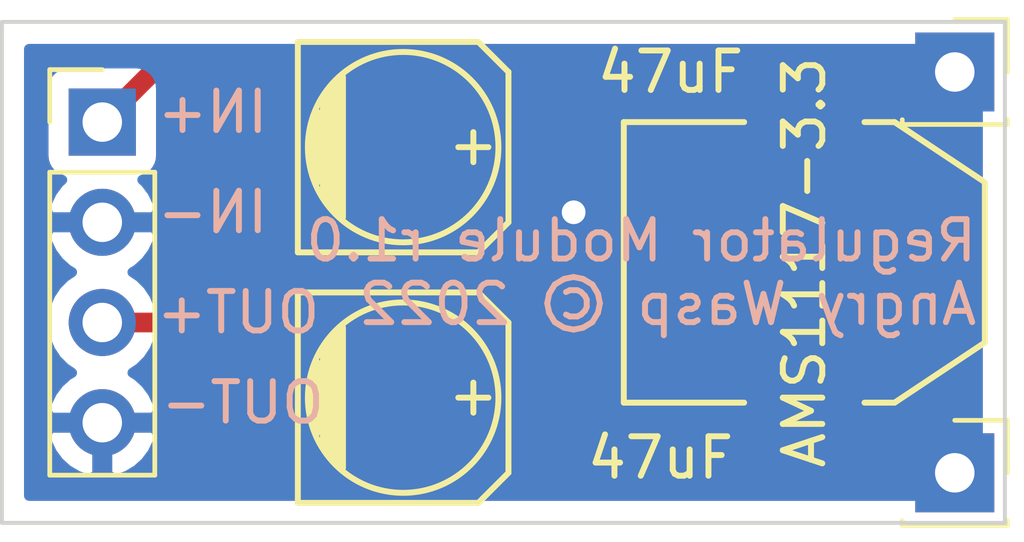
<source format=kicad_pcb>
(kicad_pcb (version 20171130) (host pcbnew "(5.1.12)-1")

  (general
    (thickness 1.6)
    (drawings 9)
    (tracks 30)
    (zones 0)
    (modules 6)
    (nets 4)
  )

  (page A4)
  (layers
    (0 F.Cu signal)
    (31 B.Cu signal)
    (32 B.Adhes user hide)
    (33 F.Adhes user hide)
    (34 B.Paste user hide)
    (35 F.Paste user hide)
    (36 B.SilkS user)
    (37 F.SilkS user)
    (38 B.Mask user)
    (39 F.Mask user)
    (40 Dwgs.User user hide)
    (41 Cmts.User user hide)
    (42 Eco1.User user hide)
    (43 Eco2.User user hide)
    (44 Edge.Cuts user)
    (45 Margin user hide)
    (46 B.CrtYd user hide)
    (47 F.CrtYd user)
    (48 B.Fab user hide)
    (49 F.Fab user hide)
  )

  (setup
    (last_trace_width 0.25)
    (user_trace_width 0.25)
    (user_trace_width 0.4)
    (user_trace_width 0.5)
    (user_trace_width 1.5)
    (trace_clearance 0.2)
    (zone_clearance 0.508)
    (zone_45_only no)
    (trace_min 0.2)
    (via_size 0.8)
    (via_drill 0.4)
    (via_min_size 0.4)
    (via_min_drill 0.3)
    (user_via 0.8 0.4)
    (user_via 1.2 0.6)
    (uvia_size 0.3)
    (uvia_drill 0.1)
    (uvias_allowed no)
    (uvia_min_size 0.2)
    (uvia_min_drill 0.1)
    (edge_width 0.1)
    (segment_width 0.2)
    (pcb_text_width 0.3)
    (pcb_text_size 1.5 1.5)
    (mod_edge_width 0.15)
    (mod_text_size 1 1)
    (mod_text_width 0.15)
    (pad_size 2 2)
    (pad_drill 1)
    (pad_to_mask_clearance 0)
    (aux_axis_origin 0 0)
    (visible_elements 7FFFFFFF)
    (pcbplotparams
      (layerselection 0x010fc_ffffffff)
      (usegerberextensions false)
      (usegerberattributes true)
      (usegerberadvancedattributes true)
      (creategerberjobfile true)
      (excludeedgelayer true)
      (linewidth 0.100000)
      (plotframeref false)
      (viasonmask false)
      (mode 1)
      (useauxorigin false)
      (hpglpennumber 1)
      (hpglpenspeed 20)
      (hpglpendiameter 15.000000)
      (psnegative false)
      (psa4output false)
      (plotreference true)
      (plotvalue true)
      (plotinvisibletext false)
      (padsonsilk false)
      (subtractmaskfromsilk false)
      (outputformat 1)
      (mirror false)
      (drillshape 1)
      (scaleselection 1)
      (outputdirectory ""))
  )

  (net 0 "")
  (net 1 GND)
  (net 2 +3V3)
  (net 3 +5V)

  (net_class Default "This is the default net class."
    (clearance 0.2)
    (trace_width 0.25)
    (via_dia 0.8)
    (via_drill 0.4)
    (uvia_dia 0.3)
    (uvia_drill 0.1)
    (add_net +3V3)
    (add_net +5V)
    (add_net GND)
  )

  (net_class Power ""
    (clearance 0.2)
    (trace_width 0.5)
    (via_dia 1.2)
    (via_drill 0.6)
    (uvia_dia 0.3)
    (uvia_drill 0.1)
    (diff_pair_width 0.2)
    (diff_pair_gap 0.5)
  )

  (module Connector_PinSocket_2.54mm:PinSocket_1x01_P2.54mm_Vertical (layer F.Cu) (tedit 6308B6E5) (tstamp 6309173B)
    (at 166.37 92.71)
    (descr "Through hole straight socket strip, 1x01, 2.54mm pitch, single row (from Kicad 4.0.7), script generated")
    (tags "Through hole socket strip THT 1x01 2.54mm single row")
    (fp_text reference REF** (at 0 -2.77) (layer F.SilkS) hide
      (effects (font (size 1 1) (thickness 0.15)))
    )
    (fp_text value PinSocket_1x01_P2.54mm_Vertical (at 0 2.77) (layer F.Fab) hide
      (effects (font (size 1 1) (thickness 0.15)))
    )
    (fp_line (start -1.8 1.75) (end -1.8 -1.8) (layer F.CrtYd) (width 0.05))
    (fp_line (start 1.75 1.75) (end -1.8 1.75) (layer F.CrtYd) (width 0.05))
    (fp_line (start 1.75 -1.8) (end 1.75 1.75) (layer F.CrtYd) (width 0.05))
    (fp_line (start -1.8 -1.8) (end 1.75 -1.8) (layer F.CrtYd) (width 0.05))
    (fp_line (start 0 -1.33) (end 1.33 -1.33) (layer F.SilkS) (width 0.12))
    (fp_line (start 1.33 -1.33) (end 1.33 0) (layer F.SilkS) (width 0.12))
    (fp_line (start 1.33 1.21) (end 1.33 1.33) (layer F.SilkS) (width 0.12))
    (fp_line (start -1.33 1.21) (end -1.33 1.33) (layer F.SilkS) (width 0.12))
    (fp_line (start -1.33 1.33) (end 1.33 1.33) (layer F.SilkS) (width 0.12))
    (fp_line (start -1.27 1.27) (end -1.27 -1.27) (layer F.Fab) (width 0.1))
    (fp_line (start 1.27 1.27) (end -1.27 1.27) (layer F.Fab) (width 0.1))
    (fp_line (start 1.27 -0.635) (end 1.27 1.27) (layer F.Fab) (width 0.1))
    (fp_line (start 0.635 -1.27) (end 1.27 -0.635) (layer F.Fab) (width 0.1))
    (fp_line (start -1.27 -1.27) (end 0.635 -1.27) (layer F.Fab) (width 0.1))
    (fp_text user %R (at 0 0) (layer F.Fab) hide
      (effects (font (size 1 1) (thickness 0.15)))
    )
    (pad 1 thru_hole rect (at 0 0) (size 2 2) (drill 1) (layers *.Cu *.Mask))
    (model ${KISYS3DMOD}/Connector_PinSocket_2.54mm.3dshapes/PinSocket_1x01_P2.54mm_Vertical.wrl
      (at (xyz 0 0 0))
      (scale (xyz 1 1 1))
      (rotate (xyz 0 0 0))
    )
  )

  (module Connector_PinSocket_2.54mm:PinSocket_1x01_P2.54mm_Vertical (layer F.Cu) (tedit 6308B6EA) (tstamp 63091726)
    (at 166.37 82.55)
    (descr "Through hole straight socket strip, 1x01, 2.54mm pitch, single row (from Kicad 4.0.7), script generated")
    (tags "Through hole socket strip THT 1x01 2.54mm single row")
    (fp_text reference REF** (at 0 -2.77) (layer F.SilkS) hide
      (effects (font (size 1 1) (thickness 0.15)))
    )
    (fp_text value PinSocket_1x01_P2.54mm_Vertical (at 0 2.77) (layer F.Fab) hide
      (effects (font (size 1 1) (thickness 0.15)))
    )
    (fp_line (start -1.8 1.75) (end -1.8 -1.8) (layer F.CrtYd) (width 0.05))
    (fp_line (start 1.75 1.75) (end -1.8 1.75) (layer F.CrtYd) (width 0.05))
    (fp_line (start 1.75 -1.8) (end 1.75 1.75) (layer F.CrtYd) (width 0.05))
    (fp_line (start -1.8 -1.8) (end 1.75 -1.8) (layer F.CrtYd) (width 0.05))
    (fp_line (start 0 -1.33) (end 1.33 -1.33) (layer F.SilkS) (width 0.12))
    (fp_line (start 1.33 -1.33) (end 1.33 0) (layer F.SilkS) (width 0.12))
    (fp_line (start 1.33 1.21) (end 1.33 1.33) (layer F.SilkS) (width 0.12))
    (fp_line (start -1.33 1.21) (end -1.33 1.33) (layer F.SilkS) (width 0.12))
    (fp_line (start -1.33 1.33) (end 1.33 1.33) (layer F.SilkS) (width 0.12))
    (fp_line (start -1.27 1.27) (end -1.27 -1.27) (layer F.Fab) (width 0.1))
    (fp_line (start 1.27 1.27) (end -1.27 1.27) (layer F.Fab) (width 0.1))
    (fp_line (start 1.27 -0.635) (end 1.27 1.27) (layer F.Fab) (width 0.1))
    (fp_line (start 0.635 -1.27) (end 1.27 -0.635) (layer F.Fab) (width 0.1))
    (fp_line (start -1.27 -1.27) (end 0.635 -1.27) (layer F.Fab) (width 0.1))
    (fp_text user %R (at 0 0) (layer F.Fab) hide
      (effects (font (size 1 1) (thickness 0.15)))
    )
    (pad 1 thru_hole rect (at 0 0) (size 2 2) (drill 1) (layers *.Cu *.Mask))
    (model ${KISYS3DMOD}/Connector_PinSocket_2.54mm.3dshapes/PinSocket_1x01_P2.54mm_Vertical.wrl
      (at (xyz 0 0 0))
      (scale (xyz 1 1 1))
      (rotate (xyz 0 0 0))
    )
  )

  (module Capacitors:5x5.3 (layer F.Cu) (tedit 55725CA0) (tstamp 6308A974)
    (at 152.4 90.805)
    (descr "SMT capacitor, aluminium electrolytic, 5x5.3")
    (path /630C7489)
    (attr smd)
    (fp_text reference 47uF (at 6.51764 1.524) (layer F.SilkS)
      (effects (font (size 1 1) (thickness 0.15)))
    )
    (fp_text value 47uf (at 0 3.81) (layer F.SilkS) hide
      (effects (font (size 1 1) (thickness 0.15)))
    )
    (fp_circle (center 0 0) (end -2.413 0) (layer F.SilkS) (width 0.15))
    (fp_line (start 1.778 -0.381) (end 1.778 0.381) (layer F.SilkS) (width 0.15))
    (fp_line (start 2.159 0) (end 1.397 0) (layer F.SilkS) (width 0.15))
    (fp_line (start -2.667 2.667) (end -2.667 -2.667) (layer F.SilkS) (width 0.15))
    (fp_line (start 1.905 2.667) (end -2.667 2.667) (layer F.SilkS) (width 0.15))
    (fp_line (start 2.667 1.905) (end 1.905 2.667) (layer F.SilkS) (width 0.15))
    (fp_line (start 2.667 -1.905) (end 2.667 1.905) (layer F.SilkS) (width 0.15))
    (fp_line (start 1.905 -2.667) (end 2.667 -1.905) (layer F.SilkS) (width 0.15))
    (fp_line (start -2.667 -2.667) (end 1.905 -2.667) (layer F.SilkS) (width 0.15))
    (fp_line (start -1.524 -1.778) (end -1.524 1.778) (layer F.SilkS) (width 0.15))
    (fp_line (start -1.651 1.651) (end -1.651 -1.651) (layer F.SilkS) (width 0.15))
    (fp_line (start -1.778 -1.524) (end -1.778 1.524) (layer F.SilkS) (width 0.15))
    (fp_line (start -1.905 1.397) (end -1.905 -1.397) (layer F.SilkS) (width 0.15))
    (fp_line (start -2.032 -1.27) (end -2.032 1.27) (layer F.SilkS) (width 0.15))
    (fp_line (start -2.159 -0.889) (end -2.159 0.889) (layer F.SilkS) (width 0.15))
    (fp_line (start -2.286 -0.635) (end -2.286 0.762) (layer F.SilkS) (width 0.15))
    (fp_line (start -3.95 3) (end -3.95 -3) (layer F.CrtYd) (width 0.05))
    (fp_line (start 3.95 3) (end -3.95 3) (layer F.CrtYd) (width 0.05))
    (fp_line (start 3.95 -3) (end 3.95 3) (layer F.CrtYd) (width 0.05))
    (fp_line (start -3.95 -3) (end 3.95 -3) (layer F.CrtYd) (width 0.05))
    (pad 2 smd rect (at -2.19964 0) (size 2.99974 1.6002) (layers F.Cu F.Paste F.Mask)
      (net 1 GND))
    (pad 1 smd rect (at 2.19964 0) (size 2.99974 1.6002) (layers F.Cu F.Paste F.Mask)
      (net 3 +5V))
    (model Capacitors_SMD.3dshapes/c_elec_5x5.3.wrl
      (at (xyz 0 0 0))
      (scale (xyz 1 1 1))
      (rotate (xyz 0 0 0))
    )
  )

  (module Capacitors:5x5.3 (layer F.Cu) (tedit 55725CA0) (tstamp 6308A98E)
    (at 152.4 84.455)
    (descr "SMT capacitor, aluminium electrolytic, 5x5.3")
    (path /630C5F90)
    (attr smd)
    (fp_text reference 47uF (at 6.77164 -1.905) (layer F.SilkS)
      (effects (font (size 1 1) (thickness 0.15)))
    )
    (fp_text value CP (at 0 3.81) (layer F.Fab)
      (effects (font (size 1 1) (thickness 0.15)))
    )
    (fp_line (start -3.95 -3) (end 3.95 -3) (layer F.CrtYd) (width 0.05))
    (fp_line (start 3.95 -3) (end 3.95 3) (layer F.CrtYd) (width 0.05))
    (fp_line (start 3.95 3) (end -3.95 3) (layer F.CrtYd) (width 0.05))
    (fp_line (start -3.95 3) (end -3.95 -3) (layer F.CrtYd) (width 0.05))
    (fp_line (start -2.286 -0.635) (end -2.286 0.762) (layer F.SilkS) (width 0.15))
    (fp_line (start -2.159 -0.889) (end -2.159 0.889) (layer F.SilkS) (width 0.15))
    (fp_line (start -2.032 -1.27) (end -2.032 1.27) (layer F.SilkS) (width 0.15))
    (fp_line (start -1.905 1.397) (end -1.905 -1.397) (layer F.SilkS) (width 0.15))
    (fp_line (start -1.778 -1.524) (end -1.778 1.524) (layer F.SilkS) (width 0.15))
    (fp_line (start -1.651 1.651) (end -1.651 -1.651) (layer F.SilkS) (width 0.15))
    (fp_line (start -1.524 -1.778) (end -1.524 1.778) (layer F.SilkS) (width 0.15))
    (fp_line (start -2.667 -2.667) (end 1.905 -2.667) (layer F.SilkS) (width 0.15))
    (fp_line (start 1.905 -2.667) (end 2.667 -1.905) (layer F.SilkS) (width 0.15))
    (fp_line (start 2.667 -1.905) (end 2.667 1.905) (layer F.SilkS) (width 0.15))
    (fp_line (start 2.667 1.905) (end 1.905 2.667) (layer F.SilkS) (width 0.15))
    (fp_line (start 1.905 2.667) (end -2.667 2.667) (layer F.SilkS) (width 0.15))
    (fp_line (start -2.667 2.667) (end -2.667 -2.667) (layer F.SilkS) (width 0.15))
    (fp_line (start 2.159 0) (end 1.397 0) (layer F.SilkS) (width 0.15))
    (fp_line (start 1.778 -0.381) (end 1.778 0.381) (layer F.SilkS) (width 0.15))
    (fp_circle (center 0 0) (end -2.413 0) (layer F.SilkS) (width 0.15))
    (pad 1 smd rect (at 2.19964 0) (size 2.99974 1.6002) (layers F.Cu F.Paste F.Mask)
      (net 2 +3V3))
    (pad 2 smd rect (at -2.19964 0) (size 2.99974 1.6002) (layers F.Cu F.Paste F.Mask)
      (net 1 GND))
    (model Capacitors_SMD.3dshapes/c_elec_5x5.3.wrl
      (at (xyz 0 0 0))
      (scale (xyz 1 1 1))
      (rotate (xyz 0 0 0))
    )
  )

  (module General:SOT-223 (layer F.Cu) (tedit 0) (tstamp 630909E2)
    (at 162.56 87.376 270)
    (descr "module CMS SOT223 4 pins")
    (tags "CMS SOT")
    (path /630C4B40)
    (attr smd)
    (fp_text reference AMS1117-3.3 (at 0 0 270) (layer F.SilkS)
      (effects (font (size 1 1) (thickness 0.15)))
    )
    (fp_text value AMS1117-3.3 (at 0 0.762 90) (layer F.Fab)
      (effects (font (size 1 1) (thickness 0.15)))
    )
    (fp_line (start -3.556 1.524) (end -3.556 4.572) (layer F.SilkS) (width 0.15))
    (fp_line (start -3.556 4.572) (end 3.556 4.572) (layer F.SilkS) (width 0.15))
    (fp_line (start 3.556 4.572) (end 3.556 1.524) (layer F.SilkS) (width 0.15))
    (fp_line (start -3.556 -1.524) (end -3.556 -2.286) (layer F.SilkS) (width 0.15))
    (fp_line (start -3.556 -2.286) (end -2.032 -4.572) (layer F.SilkS) (width 0.15))
    (fp_line (start -2.032 -4.572) (end 2.032 -4.572) (layer F.SilkS) (width 0.15))
    (fp_line (start 2.032 -4.572) (end 3.556 -2.286) (layer F.SilkS) (width 0.15))
    (fp_line (start 3.556 -2.286) (end 3.556 -1.524) (layer F.SilkS) (width 0.15))
    (pad 4 smd rect (at 0 -3.302 270) (size 3.6576 2.032) (layers F.Cu F.Paste F.Mask))
    (pad 2 smd rect (at 0 3.302 270) (size 1.016 2.032) (layers F.Cu F.Paste F.Mask)
      (net 2 +3V3))
    (pad 3 smd rect (at 2.286 3.302 270) (size 1.016 2.032) (layers F.Cu F.Paste F.Mask)
      (net 3 +5V))
    (pad 1 smd rect (at -2.286 3.302 270) (size 1.016 2.032) (layers F.Cu F.Paste F.Mask)
      (net 1 GND))
    (model TO_SOT_Packages_SMD.3dshapes/SOT-223.wrl
      (at (xyz 0 0 0))
      (scale (xyz 0.4 0.4 0.4))
      (rotate (xyz 0 0 0))
    )
  )

  (module Connector_PinHeader_2.54mm:PinHeader_1x04_P2.54mm_Vertical (layer F.Cu) (tedit 59FED5CC) (tstamp 63091348)
    (at 144.78 83.82)
    (descr "Through hole straight pin header, 1x04, 2.54mm pitch, single row")
    (tags "Through hole pin header THT 1x04 2.54mm single row")
    (path /630EA9E6)
    (fp_text reference J1 (at 0 -2.33) (layer F.SilkS) hide
      (effects (font (size 1 1) (thickness 0.15)))
    )
    (fp_text value Conn_01x04 (at 0 9.95) (layer F.Fab)
      (effects (font (size 1 1) (thickness 0.15)))
    )
    (fp_line (start -0.635 -1.27) (end 1.27 -1.27) (layer F.Fab) (width 0.1))
    (fp_line (start 1.27 -1.27) (end 1.27 8.89) (layer F.Fab) (width 0.1))
    (fp_line (start 1.27 8.89) (end -1.27 8.89) (layer F.Fab) (width 0.1))
    (fp_line (start -1.27 8.89) (end -1.27 -0.635) (layer F.Fab) (width 0.1))
    (fp_line (start -1.27 -0.635) (end -0.635 -1.27) (layer F.Fab) (width 0.1))
    (fp_line (start -1.33 8.95) (end 1.33 8.95) (layer F.SilkS) (width 0.12))
    (fp_line (start -1.33 1.27) (end -1.33 8.95) (layer F.SilkS) (width 0.12))
    (fp_line (start 1.33 1.27) (end 1.33 8.95) (layer F.SilkS) (width 0.12))
    (fp_line (start -1.33 1.27) (end 1.33 1.27) (layer F.SilkS) (width 0.12))
    (fp_line (start -1.33 0) (end -1.33 -1.33) (layer F.SilkS) (width 0.12))
    (fp_line (start -1.33 -1.33) (end 0 -1.33) (layer F.SilkS) (width 0.12))
    (fp_line (start -1.8 -1.8) (end -1.8 9.4) (layer F.CrtYd) (width 0.05))
    (fp_line (start -1.8 9.4) (end 1.8 9.4) (layer F.CrtYd) (width 0.05))
    (fp_line (start 1.8 9.4) (end 1.8 -1.8) (layer F.CrtYd) (width 0.05))
    (fp_line (start 1.8 -1.8) (end -1.8 -1.8) (layer F.CrtYd) (width 0.05))
    (fp_text user %R (at 0 3.81 90) (layer F.Fab)
      (effects (font (size 1 1) (thickness 0.15)))
    )
    (pad 1 thru_hole rect (at 0 0) (size 1.7 1.7) (drill 1) (layers *.Cu *.Mask)
      (net 3 +5V))
    (pad 2 thru_hole oval (at 0 2.54) (size 1.7 1.7) (drill 1) (layers *.Cu *.Mask)
      (net 1 GND))
    (pad 3 thru_hole oval (at 0 5.08) (size 1.7 1.7) (drill 1) (layers *.Cu *.Mask)
      (net 2 +3V3))
    (pad 4 thru_hole oval (at 0 7.62) (size 1.7 1.7) (drill 1) (layers *.Cu *.Mask)
      (net 1 GND))
    (model ${KISYS3DMOD}/Connector_PinHeader_2.54mm.3dshapes/PinHeader_1x04_P2.54mm_Vertical.wrl
      (at (xyz 0 0 0))
      (scale (xyz 1 1 1))
      (rotate (xyz 0 0 0))
    )
  )

  (gr_text "Regulator Module r1.0\nAngry Wasp © 2022" (at 167.005 87.63) (layer B.SilkS)
    (effects (font (size 1 1) (thickness 0.15)) (justify left mirror))
  )
  (gr_text IN+ (at 147.574 83.566) (layer B.SilkS)
    (effects (font (size 1 1) (thickness 0.15)) (justify mirror))
  )
  (gr_text IN- (at 147.574 86.106) (layer B.SilkS)
    (effects (font (size 1 1) (thickness 0.15)) (justify mirror))
  )
  (gr_text OUT+ (at 150.368 88.646) (layer B.SilkS)
    (effects (font (size 1 1) (thickness 0.15)) (justify left mirror))
  )
  (gr_text OUT- (at 148.336 90.932) (layer B.SilkS)
    (effects (font (size 1 1) (thickness 0.15)) (justify mirror))
  )
  (gr_line (start 142.24 93.98) (end 142.24 81.28) (layer Edge.Cuts) (width 0.1))
  (gr_line (start 167.64 93.98) (end 142.24 93.98) (layer Edge.Cuts) (width 0.1))
  (gr_line (start 167.64 81.28) (end 167.64 93.98) (layer Edge.Cuts) (width 0.1))
  (gr_line (start 142.24 81.28) (end 167.64 81.28) (layer Edge.Cuts) (width 0.1))

  (segment (start 159.258 85.09) (end 157.734 85.09) (width 0.5) (layer F.Cu) (net 1))
  (segment (start 157.734 85.09) (end 156.718 86.106) (width 0.5) (layer F.Cu) (net 1))
  (via (at 156.718 86.106) (size 1.2) (drill 0.6) (layers F.Cu B.Cu) (net 1))
  (segment (start 149.94636 91.44) (end 150.20036 91.186) (width 0.5) (layer F.Cu) (net 1))
  (segment (start 144.78 86.36) (end 149.225 86.36) (width 0.5) (layer F.Cu) (net 1))
  (segment (start 149.225 86.36) (end 150.20036 85.38464) (width 0.5) (layer F.Cu) (net 1))
  (segment (start 150.20036 85.38464) (end 150.20036 84.455) (width 0.5) (layer F.Cu) (net 1))
  (segment (start 144.78 91.44) (end 146.304 91.44) (width 0.5) (layer F.Cu) (net 1))
  (segment (start 146.939 90.805) (end 150.20036 90.805) (width 0.5) (layer F.Cu) (net 1))
  (segment (start 146.304 91.44) (end 146.939 90.805) (width 0.5) (layer F.Cu) (net 1))
  (segment (start 159.258 87.376) (end 154.94 87.376) (width 0.5) (layer F.Cu) (net 2))
  (segment (start 150.114 88.9) (end 150.622 88.392) (width 0.5) (layer F.Cu) (net 2))
  (segment (start 144.78 88.9) (end 150.114 88.9) (width 0.5) (layer F.Cu) (net 2))
  (segment (start 150.622 88.392) (end 150.368 88.646) (width 0.5) (layer F.Cu) (net 2))
  (segment (start 151.638 87.376) (end 150.622 88.392) (width 0.5) (layer F.Cu) (net 2))
  (segment (start 154.59964 87.20836) (end 154.432 87.376) (width 0.5) (layer F.Cu) (net 2))
  (segment (start 154.432 87.376) (end 151.638 87.376) (width 0.5) (layer F.Cu) (net 2))
  (segment (start 154.59964 84.455) (end 154.59964 87.20836) (width 0.5) (layer F.Cu) (net 2))
  (segment (start 154.94 87.376) (end 154.432 87.376) (width 0.5) (layer F.Cu) (net 2))
  (segment (start 156.464 89.662) (end 154.94 91.186) (width 0.5) (layer F.Cu) (net 3))
  (segment (start 159.258 89.662) (end 156.464 89.662) (width 0.5) (layer F.Cu) (net 3))
  (segment (start 160.528 89.662) (end 159.258 89.662) (width 0.5) (layer F.Cu) (net 3))
  (segment (start 162.306 87.884) (end 160.528 89.662) (width 0.5) (layer F.Cu) (net 3))
  (segment (start 162.306 84.836) (end 162.306 87.884) (width 0.5) (layer F.Cu) (net 3))
  (segment (start 160.782 83.312) (end 160.274 82.804) (width 0.5) (layer F.Cu) (net 3))
  (segment (start 160.782 83.312) (end 162.306 84.836) (width 0.5) (layer F.Cu) (net 3))
  (segment (start 159.766 82.296) (end 160.147 82.677) (width 0.5) (layer F.Cu) (net 3))
  (segment (start 146.304 82.296) (end 159.766 82.296) (width 0.5) (layer F.Cu) (net 3))
  (segment (start 160.147 82.677) (end 160.782 83.312) (width 0.5) (layer F.Cu) (net 3))
  (segment (start 144.78 83.82) (end 146.304 82.296) (width 0.5) (layer F.Cu) (net 3))

  (zone (net 1) (net_name GND) (layer B.Cu) (tstamp 0) (hatch edge 0.508)
    (connect_pads (clearance 0.508))
    (min_thickness 0.254)
    (fill yes (arc_segments 32) (thermal_gap 0.508) (thermal_bridge_width 0.508))
    (polygon
      (pts
        (xy 142.24 81.28) (xy 167.64 81.28) (xy 167.64 93.98) (xy 142.24 93.98)
      )
    )
    (filled_polygon
      (pts
        (xy 166.955001 93.295) (xy 142.925 93.295) (xy 142.925 91.79689) (xy 143.338524 91.79689) (xy 143.383175 91.944099)
        (xy 143.508359 92.20692) (xy 143.682412 92.440269) (xy 143.898645 92.635178) (xy 144.148748 92.784157) (xy 144.423109 92.881481)
        (xy 144.653 92.760814) (xy 144.653 91.567) (xy 144.907 91.567) (xy 144.907 92.760814) (xy 145.136891 92.881481)
        (xy 145.411252 92.784157) (xy 145.661355 92.635178) (xy 145.877588 92.440269) (xy 146.051641 92.20692) (xy 146.176825 91.944099)
        (xy 146.221476 91.79689) (xy 146.100155 91.567) (xy 144.907 91.567) (xy 144.653 91.567) (xy 143.459845 91.567)
        (xy 143.338524 91.79689) (xy 142.925 91.79689) (xy 142.925 88.75374) (xy 143.295 88.75374) (xy 143.295 89.04626)
        (xy 143.352068 89.333158) (xy 143.46401 89.603411) (xy 143.626525 89.846632) (xy 143.833368 90.053475) (xy 144.015534 90.175195)
        (xy 143.898645 90.244822) (xy 143.682412 90.439731) (xy 143.508359 90.67308) (xy 143.383175 90.935901) (xy 143.338524 91.08311)
        (xy 143.459845 91.313) (xy 144.653 91.313) (xy 144.653 91.293) (xy 144.907 91.293) (xy 144.907 91.313)
        (xy 146.100155 91.313) (xy 146.221476 91.08311) (xy 146.176825 90.935901) (xy 146.051641 90.67308) (xy 145.877588 90.439731)
        (xy 145.661355 90.244822) (xy 145.544466 90.175195) (xy 145.726632 90.053475) (xy 145.933475 89.846632) (xy 146.09599 89.603411)
        (xy 146.207932 89.333158) (xy 146.265 89.04626) (xy 146.265 88.75374) (xy 146.207932 88.466842) (xy 146.09599 88.196589)
        (xy 145.933475 87.953368) (xy 145.726632 87.746525) (xy 145.544466 87.624805) (xy 145.661355 87.555178) (xy 145.877588 87.360269)
        (xy 146.051641 87.12692) (xy 146.176825 86.864099) (xy 146.221476 86.71689) (xy 146.100155 86.487) (xy 144.907 86.487)
        (xy 144.907 86.507) (xy 144.653 86.507) (xy 144.653 86.487) (xy 143.459845 86.487) (xy 143.338524 86.71689)
        (xy 143.383175 86.864099) (xy 143.508359 87.12692) (xy 143.682412 87.360269) (xy 143.898645 87.555178) (xy 144.015534 87.624805)
        (xy 143.833368 87.746525) (xy 143.626525 87.953368) (xy 143.46401 88.196589) (xy 143.352068 88.466842) (xy 143.295 88.75374)
        (xy 142.925 88.75374) (xy 142.925 82.97) (xy 143.291928 82.97) (xy 143.291928 84.67) (xy 143.304188 84.794482)
        (xy 143.340498 84.91418) (xy 143.399463 85.024494) (xy 143.478815 85.121185) (xy 143.575506 85.200537) (xy 143.68582 85.259502)
        (xy 143.766466 85.283966) (xy 143.682412 85.359731) (xy 143.508359 85.59308) (xy 143.383175 85.855901) (xy 143.338524 86.00311)
        (xy 143.459845 86.233) (xy 144.653 86.233) (xy 144.653 86.213) (xy 144.907 86.213) (xy 144.907 86.233)
        (xy 146.100155 86.233) (xy 146.221476 86.00311) (xy 146.176825 85.855901) (xy 146.051641 85.59308) (xy 145.877588 85.359731)
        (xy 145.793534 85.283966) (xy 145.87418 85.259502) (xy 145.984494 85.200537) (xy 146.081185 85.121185) (xy 146.160537 85.024494)
        (xy 146.219502 84.91418) (xy 146.255812 84.794482) (xy 146.268072 84.67) (xy 146.268072 82.97) (xy 146.255812 82.845518)
        (xy 146.219502 82.72582) (xy 146.160537 82.615506) (xy 146.081185 82.518815) (xy 145.984494 82.439463) (xy 145.87418 82.380498)
        (xy 145.754482 82.344188) (xy 145.63 82.331928) (xy 143.93 82.331928) (xy 143.805518 82.344188) (xy 143.68582 82.380498)
        (xy 143.575506 82.439463) (xy 143.478815 82.518815) (xy 143.399463 82.615506) (xy 143.340498 82.72582) (xy 143.304188 82.845518)
        (xy 143.291928 82.97) (xy 142.925 82.97) (xy 142.925 81.965) (xy 166.955 81.965)
      )
    )
  )
)

</source>
